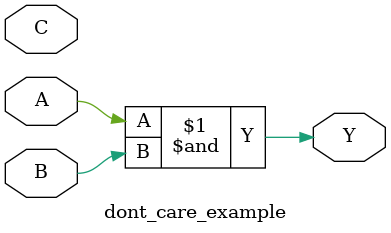
<source format=v>
module dont_care_example(
    input wire A,
    input wire B,
    input wire C,         // Input where 'C' might be don't care in some conditions
    output wire Y
);
    // Define output Y based on A and B; C is don't care for these conditions
    
    // Y = A AND B, regardless of C (don't care)
    assign Y = A & B;

    // Alternatively, if output depends on A, B but C is don't care
    // synthesis tools interpret 'C' absence/irrelevance as don't care.

endmodule

</source>
